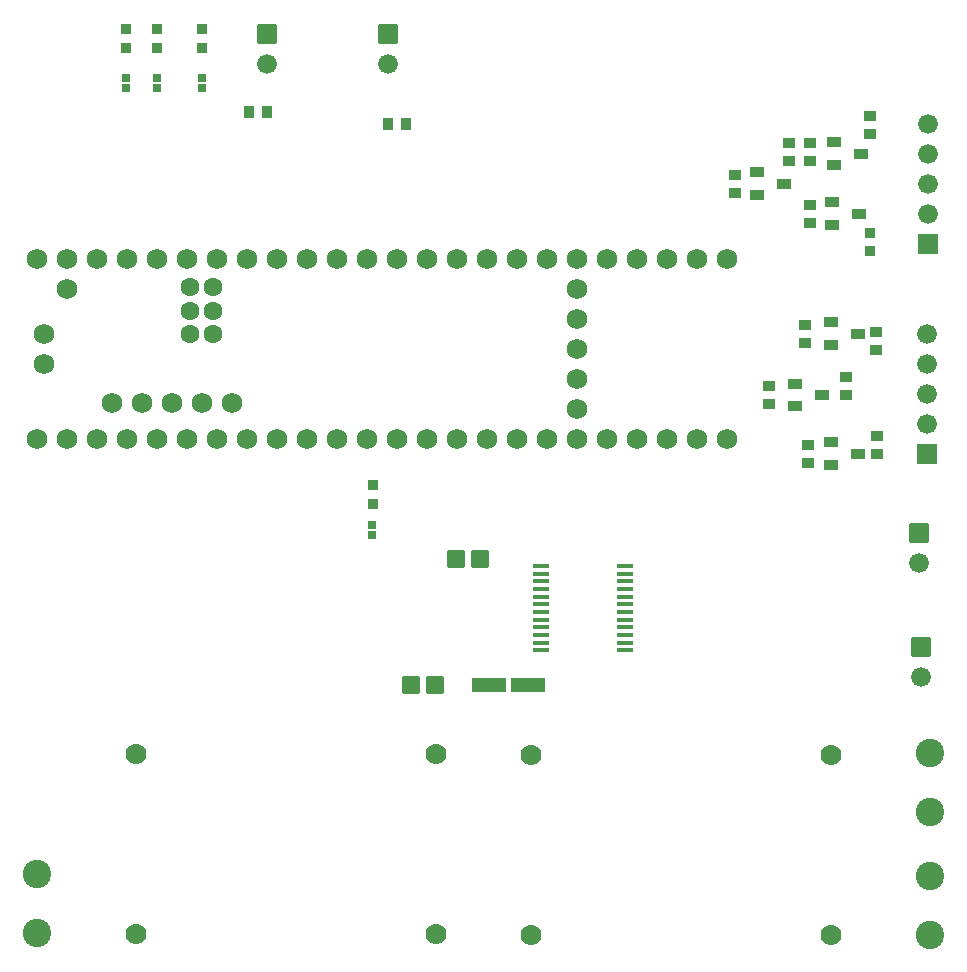
<source format=gts>
G04 Layer: TopSolderMaskLayer*
G04 EasyEDA v6.5.39, 2024-01-10 21:05:38*
G04 9cfd073529b94999841d5e3d22f50bd2,208856bd7ad64deca1bfdec547b981c7,10*
G04 Gerber Generator version 0.2*
G04 Scale: 100 percent, Rotated: No, Reflected: No *
G04 Dimensions in millimeters *
G04 leading zeros omitted , absolute positions ,4 integer and 5 decimal *
%FSLAX45Y45*%
%MOMM*%

%AMMACRO1*1,1,$1,$2,$3*1,1,$1,$4,$5*1,1,$1,0-$2,0-$3*1,1,$1,0-$4,0-$5*20,1,$1,$2,$3,$4,$5,0*20,1,$1,$4,$5,0-$2,0-$3,0*20,1,$1,0-$2,0-$3,0-$4,0-$5,0*20,1,$1,0-$4,0-$5,$2,$3,0*4,1,4,$2,$3,$4,$5,0-$2,0-$3,0-$4,0-$5,$2,$3,0*%
%ADD10MACRO1,0.1016X-0.4X0.4X0.4X0.4*%
%ADD11R,0.6416X0.6673*%
%ADD12MACRO1,0.1016X-0.705X-0.675X-0.705X0.675*%
%ADD13MACRO1,0.1016X0.705X-0.675X0.705X0.675*%
%ADD14MACRO1,0.1016X0.705X0.675X0.705X-0.675*%
%ADD15MACRO1,0.1016X-0.705X0.675X-0.705X-0.675*%
%ADD16MACRO1,0.1016X0.7874X-0.7874X-0.7874X-0.7874*%
%ADD17C,1.6764*%
%ADD18R,1.6764X1.6764*%
%ADD19MACRO1,0.1016X-0.432X0.4032X0.432X0.4032*%
%ADD20MACRO1,0.1016X-0.432X-0.4032X0.432X-0.4032*%
%ADD21R,0.9656X0.9081*%
%ADD22MACRO1,0.1016X0.4032X0.432X0.4032X-0.432*%
%ADD23MACRO1,0.1016X-0.4032X0.432X-0.4032X-0.432*%
%ADD24MACRO1,0.1016X-0.4032X-0.432X-0.4032X0.432*%
%ADD25MACRO1,0.1016X0.4032X-0.432X0.4032X0.432*%
%ADD26C,1.7780*%
%ADD27C,1.7272*%
%ADD28C,1.6032*%
%ADD29O,1.4256004000000002X0.40960040000000003*%
%ADD30MACRO1,0.1016X-0.5X0.4X0.5X0.4*%
%ADD31MACRO1,0.1016X-1.4X0.55X1.4X0.55*%
%ADD32C,2.4016*%

%LPD*%
D10*
G01*
X1739552Y2327856D03*
G01*
X1740253Y2167956D03*
D11*
G01*
X1739900Y1910181D03*
G01*
X1739900Y1823618D03*
D12*
G01*
X4087802Y-2159000D03*
D13*
G01*
X3887797Y-2159000D03*
D14*
G01*
X3506797Y-3225800D03*
D15*
G01*
X3706802Y-3225800D03*
D16*
G01*
X7823200Y-2908300D03*
D17*
G01*
X7823200Y-3162300D03*
D16*
G01*
X7810500Y-1943100D03*
D17*
G01*
X7810500Y-2197100D03*
D16*
G01*
X2286000Y2286000D03*
D17*
G01*
X2286000Y2032000D03*
D16*
G01*
X3315563Y2286000D03*
D17*
G01*
X3315563Y2032000D03*
G01*
X7874000Y-254000D03*
G01*
X7874000Y-508000D03*
G01*
X7874000Y-762000D03*
G01*
X7874000Y-1016000D03*
D18*
G01*
X7874000Y-1270000D03*
D17*
G01*
X7886700Y1524000D03*
G01*
X7886700Y1270000D03*
G01*
X7886700Y1016000D03*
G01*
X7886700Y762000D03*
D18*
G01*
X7886700Y508000D03*
D10*
G01*
X1091852Y2327856D03*
G01*
X1092553Y2167956D03*
G01*
X1358552Y2327856D03*
G01*
X1359253Y2167956D03*
G01*
X3187352Y-1532943D03*
G01*
X3188053Y-1692843D03*
D19*
G01*
X6883400Y686675D03*
D20*
G01*
X6883400Y837324D03*
D21*
G01*
X7391400Y596036D03*
G01*
X7391400Y445363D03*
D19*
G01*
X6705600Y1207375D03*
D20*
G01*
X6705600Y1358024D03*
D19*
G01*
X6248400Y940675D03*
D20*
G01*
X6248400Y1091324D03*
D19*
G01*
X7391400Y1435975D03*
D20*
G01*
X7391400Y1586624D03*
D19*
G01*
X6883400Y1207375D03*
D20*
G01*
X6883400Y1358024D03*
D19*
G01*
X6845300Y-329324D03*
D20*
G01*
X6845300Y-178675D03*
D19*
G01*
X7442200Y-392824D03*
D20*
G01*
X7442200Y-242175D03*
D19*
G01*
X6540500Y-850024D03*
D20*
G01*
X6540500Y-699375D03*
D19*
G01*
X7188200Y-773824D03*
D20*
G01*
X7188200Y-623175D03*
D19*
G01*
X7454900Y-1269124D03*
D20*
G01*
X7454900Y-1118475D03*
D19*
G01*
X6870700Y-1345324D03*
D20*
G01*
X6870700Y-1194675D03*
D22*
G01*
X2134475Y1625600D03*
D23*
G01*
X2285124Y1625600D03*
D24*
G01*
X3466224Y1524000D03*
D25*
G01*
X3315575Y1524000D03*
D11*
G01*
X1092200Y1910181D03*
G01*
X1092200Y1823618D03*
G01*
X1358900Y1910181D03*
G01*
X1358900Y1823618D03*
G01*
X3175000Y-1874418D03*
G01*
X3175000Y-1960981D03*
D26*
G01*
X1181100Y-3810000D03*
G01*
X1181100Y-5334000D03*
G01*
X3721100Y-5334000D03*
G01*
X3721100Y-3810000D03*
G01*
X4521200Y-3822700D03*
G01*
X4521200Y-5346700D03*
G01*
X7061200Y-5346700D03*
G01*
X7061200Y-3822700D03*
D27*
G01*
X6179311Y-1143000D03*
G01*
X5671311Y-1143000D03*
G01*
X5417311Y-1143000D03*
G01*
X5925311Y-1143000D03*
G01*
X5163311Y-1143000D03*
G01*
X5925311Y381000D03*
G01*
X6179311Y381000D03*
G01*
X4909311Y-1143000D03*
G01*
X4909311Y-889000D03*
G01*
X4909311Y-635000D03*
G01*
X4909311Y-381000D03*
G01*
X4909311Y-127000D03*
G01*
X4909311Y127000D03*
G01*
X4909311Y381000D03*
G01*
X5163311Y381000D03*
G01*
X5417311Y381000D03*
G01*
X5671311Y381000D03*
G01*
X4655311Y-1143000D03*
G01*
X4147286Y-1143000D03*
G01*
X3893286Y-1143000D03*
G01*
X3639286Y-1143000D03*
G01*
X3385286Y-1143000D03*
G01*
X3131286Y-1143000D03*
G01*
X2877286Y-1143000D03*
G01*
X2623286Y-1143000D03*
G01*
X2369286Y-1143000D03*
G01*
X2115286Y-1143000D03*
G01*
X1861286Y-1143000D03*
G01*
X1607312Y-1143000D03*
G01*
X1353312Y-1143000D03*
G01*
X1099312Y-1143000D03*
G01*
X845312Y-1143000D03*
G01*
X591312Y-1143000D03*
G01*
X337312Y-1143000D03*
G01*
X337312Y381000D03*
G01*
X591312Y381000D03*
G01*
X845312Y381000D03*
G01*
X1099312Y381000D03*
G01*
X1353312Y381000D03*
G01*
X1607312Y381000D03*
G01*
X1861286Y381000D03*
G01*
X2115286Y381000D03*
G01*
X2369286Y381000D03*
G01*
X2623286Y381000D03*
G01*
X2877286Y381000D03*
G01*
X3131286Y381000D03*
G01*
X3385286Y381000D03*
G01*
X3639286Y381000D03*
G01*
X3893286Y381000D03*
G01*
X4147286Y381000D03*
G01*
X4655311Y381000D03*
G01*
X591312Y127000D03*
D28*
G01*
X1634312Y-59004D03*
G01*
X1834311Y140995D03*
G01*
X1634312Y140995D03*
D27*
G01*
X4401311Y381000D03*
G01*
X4401311Y-1143000D03*
G01*
X398322Y-508000D03*
G01*
X398322Y-254000D03*
G01*
X972312Y-843000D03*
G01*
X1226312Y-843000D03*
G01*
X1480312Y-843000D03*
G01*
X1734312Y-843000D03*
G01*
X1988286Y-843000D03*
D28*
G01*
X1634312Y-259003D03*
G01*
X1834311Y-59004D03*
G01*
X1834311Y-259003D03*
D29*
G01*
X5321909Y-2935604D03*
G01*
X5321909Y-2870606D03*
G01*
X5321909Y-2805607D03*
G01*
X5321909Y-2740609D03*
G01*
X5321909Y-2675610D03*
G01*
X5321909Y-2610586D03*
G01*
X5321909Y-2545587D03*
G01*
X5321909Y-2480589D03*
G01*
X5321909Y-2415590D03*
G01*
X5321909Y-2350592D03*
G01*
X5321909Y-2285593D03*
G01*
X5321909Y-2220595D03*
G01*
X4609490Y-2935604D03*
G01*
X4609490Y-2870606D03*
G01*
X4609490Y-2805607D03*
G01*
X4609490Y-2740609D03*
G01*
X4609490Y-2675610D03*
G01*
X4609490Y-2610586D03*
G01*
X4609490Y-2545587D03*
G01*
X4609490Y-2480589D03*
G01*
X4609490Y-2415590D03*
G01*
X4609490Y-2350592D03*
G01*
X4609490Y-2285593D03*
G01*
X4609490Y-2220595D03*
D30*
G01*
X6438198Y920998D03*
G01*
X6668201Y1015994D03*
G01*
X6438201Y1111001D03*
G01*
X7085898Y1174998D03*
G01*
X7315901Y1269994D03*
G01*
X7085901Y1365001D03*
G01*
X7060498Y-349001D03*
G01*
X7290501Y-254005D03*
G01*
X7060501Y-158998D03*
G01*
X6755698Y-869701D03*
G01*
X6985701Y-774705D03*
G01*
X6755701Y-679698D03*
G01*
X7060498Y-1365001D03*
G01*
X7290501Y-1270005D03*
G01*
X7060501Y-1174998D03*
G01*
X7073198Y666998D03*
G01*
X7303201Y761994D03*
G01*
X7073201Y857001D03*
D31*
G01*
X4164647Y-3225798D03*
G01*
X4496752Y-3225798D03*
D32*
G01*
X342900Y-5329986D03*
G01*
X342900Y-4829987D03*
G01*
X7899400Y-4842687D03*
G01*
X7899400Y-5342686D03*
G01*
X7899400Y-3801287D03*
G01*
X7899400Y-4301286D03*
M02*

</source>
